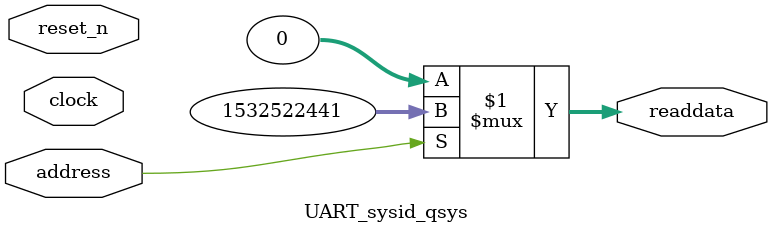
<source format=v>

`timescale 1ns / 1ps
// synthesis translate_on

// turn off superfluous verilog processor warnings 
// altera message_level Level1 
// altera message_off 10034 10035 10036 10037 10230 10240 10030 

module UART_sysid_qsys (
               // inputs:
                address,
                clock,
                reset_n,

               // outputs:
                readdata
             )
;

  output  [ 31: 0] readdata;
  input            address;
  input            clock;
  input            reset_n;

  wire    [ 31: 0] readdata;
  //control_slave, which is an e_avalon_slave
  assign readdata = address ? 1532522441 : 0;

endmodule




</source>
